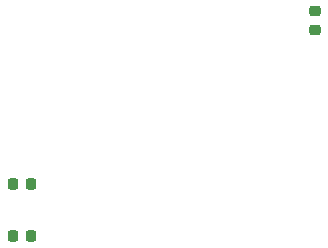
<source format=gtp>
%TF.GenerationSoftware,KiCad,Pcbnew,(6.0.0)*%
%TF.CreationDate,2022-03-13T18:40:28-04:00*%
%TF.ProjectId,board for mt8870,626f6172-6420-4666-9f72-206d74383837,rev?*%
%TF.SameCoordinates,Original*%
%TF.FileFunction,Paste,Top*%
%TF.FilePolarity,Positive*%
%FSLAX46Y46*%
G04 Gerber Fmt 4.6, Leading zero omitted, Abs format (unit mm)*
G04 Created by KiCad (PCBNEW (6.0.0)) date 2022-03-13 18:40:28*
%MOMM*%
%LPD*%
G01*
G04 APERTURE LIST*
G04 Aperture macros list*
%AMRoundRect*
0 Rectangle with rounded corners*
0 $1 Rounding radius*
0 $2 $3 $4 $5 $6 $7 $8 $9 X,Y pos of 4 corners*
0 Add a 4 corners polygon primitive as box body*
4,1,4,$2,$3,$4,$5,$6,$7,$8,$9,$2,$3,0*
0 Add four circle primitives for the rounded corners*
1,1,$1+$1,$2,$3*
1,1,$1+$1,$4,$5*
1,1,$1+$1,$6,$7*
1,1,$1+$1,$8,$9*
0 Add four rect primitives between the rounded corners*
20,1,$1+$1,$2,$3,$4,$5,0*
20,1,$1+$1,$4,$5,$6,$7,0*
20,1,$1+$1,$6,$7,$8,$9,0*
20,1,$1+$1,$8,$9,$2,$3,0*%
G04 Aperture macros list end*
%ADD10RoundRect,0.225000X0.225000X0.250000X-0.225000X0.250000X-0.225000X-0.250000X0.225000X-0.250000X0*%
%ADD11RoundRect,0.225000X-0.250000X0.225000X-0.250000X-0.225000X0.250000X-0.225000X0.250000X0.225000X0*%
G04 APERTURE END LIST*
D10*
%TO.C,C4*%
X91580000Y-76835000D03*
X90030000Y-76835000D03*
%TD*%
%TO.C,C3*%
X91580000Y-72390000D03*
X90030000Y-72390000D03*
%TD*%
D11*
%TO.C,C5*%
X115570000Y-57785000D03*
X115570000Y-59335000D03*
%TD*%
M02*

</source>
